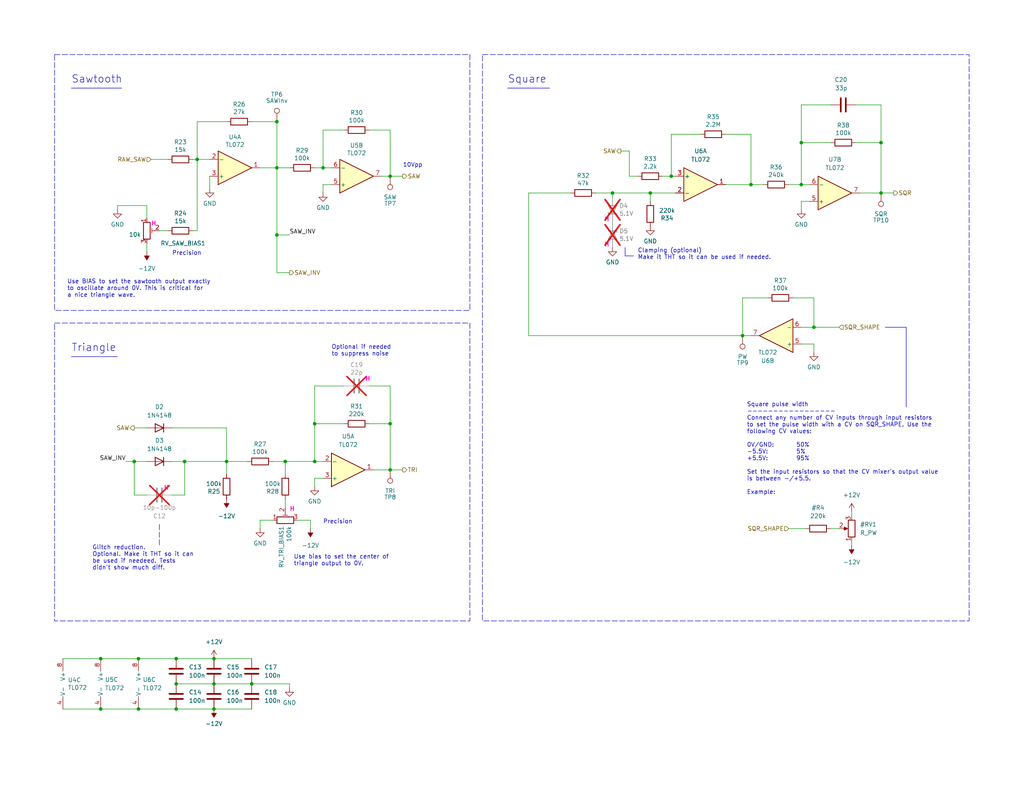
<source format=kicad_sch>
(kicad_sch (version 20250114) (generator "eeschema") (generator_version "9.0")
  (paper "User" 310 240)
  (lib_symbols
    (symbol "Amplifier_Operational:TL072" (pin_names (offset 0.127))
      (property "Reference" "U" (at 0 5.08 0))
      (property "Value" "TL072" (at 0 -5.08 0))
      (symbol "TL072_1_1"
        (polyline (pts (xy -5.08 5.08) (xy 5.08 0) (xy -5.08 -5.08) (xy -5.08 5.08)) (stroke (width 0.254)) (fill (type background)))
        (pin input line (at -7.62 2.54 0) (length 2.54) (name "+") (number "3"))
        (pin input line (at -7.62 -2.54 0) (length 2.54) (name "-") (number "2"))
        (pin output line (at 7.62 0 180) (length 2.54) (name "~") (number "1"))
      )
      (symbol "TL072_2_1"
        (polyline (pts (xy -5.08 5.08) (xy 5.08 0) (xy -5.08 -5.08) (xy -5.08 5.08)) (stroke (width 0.254)) (fill (type background)))
        (pin input line (at -7.62 2.54 0) (length 2.54) (name "+") (number "5"))
        (pin input line (at -7.62 -2.54 0) (length 2.54) (name "-") (number "6"))
        (pin output line (at 7.62 0 180) (length 2.54) (name "~") (number "7"))
      )
      (symbol "TL072_3_1"
        (pin power_in line (at -2.54 7.62 270) (length 3.81) (name "V+") (number "8"))
        (pin power_in line (at -2.54 -7.62 90) (length 3.81) (name "V-") (number "4"))
      )
    )
    (symbol "Connector:TestPoint" (pin_numbers (hide yes)) (pin_names (offset 0.762) (hide yes))
      (property "Reference" "TP" (at 0 6.858 0))
      (property "Value" "TestPoint" (at 0 5.08 0))
      (symbol "TestPoint_0_1"
        (circle (center 0 3.302) (radius 0.762))
      )
      (symbol "TestPoint_1_1"
        (pin passive line (at 0 0 90) (length 2.54) (name "1") (number "1"))
      )
    )
    (symbol "D_1" (pin_numbers (hide yes)) (pin_names (offset 1.016) (hide yes))
      (property "Reference" "D" (at 0 2.54 0))
      (property "Value" "D" (at 0 -2.54 0))
      (symbol "D_1_0_1"
        (polyline (pts (xy -1.27 1.27) (xy -1.27 -1.27)) (stroke (width 0.254)))
        (polyline (pts (xy 1.27 1.27) (xy 1.27 -1.27) (xy -1.27 0) (xy 1.27 1.27)) (stroke (width 0.254)))
        (polyline (pts (xy 1.27 0) (xy -1.27 0)))
      )
      (symbol "D_1_1_1"
        (pin passive line (at -3.81 0 0) (length 2.54) (name "K") (number "1"))
        (pin passive line (at 3.81 0 180) (length 2.54) (name "A") (number "2"))
      )
    )
    (symbol "Device:C" (pin_numbers (hide yes)) (pin_names (offset 0.254))
      (property "Reference" "C" (at 0.635 2.54 0))
      (property "Value" "C" (at 0.635 -2.54 0))
      (symbol "C_0_1"
        (polyline (pts (xy -2.032 0.762) (xy 2.032 0.762)) (stroke (width 0.508)))
        (polyline (pts (xy -2.032 -0.762) (xy 2.032 -0.762)) (stroke (width 0.508)))
      )
      (symbol "C_1_1"
        (pin passive line (at 0 3.81 270) (length 2.794) (name "~") (number "1"))
        (pin passive line (at 0 -3.81 90) (length 2.794) (name "~") (number "2"))
      )
    )
    (symbol "Device:D_Zener" (pin_numbers (hide yes)) (pin_names (offset 1.016) (hide yes))
      (property "Reference" "D" (at 0 2.54 0))
      (property "Value" "D_Zener" (at 0 -2.54 0))
      (symbol "D_Zener_0_1"
        (polyline (pts (xy -1.27 -1.27) (xy -1.27 1.27) (xy -0.762 1.27)) (stroke (width 0.254)))
        (polyline (pts (xy 1.27 0) (xy -1.27 0)))
        (polyline (pts (xy 1.27 -1.27) (xy 1.27 1.27) (xy -1.27 0) (xy 1.27 -1.27)) (stroke (width 0.254)))
      )
      (symbol "D_Zener_1_1"
        (pin passive line (at -3.81 0 0) (length 2.54) (name "K") (number "1"))
        (pin passive line (at 3.81 0 180) (length 2.54) (name "A") (number "2"))
      )
    )
    (symbol "Device:R" (pin_numbers (hide yes)) (pin_names (offset 0))
      (property "Reference" "R" (at 2.032 0 90))
      (property "Value" "R" (at 0 0 90))
      (symbol "R_0_1"
        (rectangle (start -1.016 -2.54) (end 1.016 2.54) (stroke (width 0.254)))
      )
      (symbol "R_1_1"
        (pin passive line (at 0 3.81 270) (length 1.27) (name "~") (number "1"))
        (pin passive line (at 0 -3.81 90) (length 1.27) (name "~") (number "2"))
      )
    )
    (symbol "Device:R_Potentiometer" (pin_names (offset 1.016) (hide yes))
      (property "Reference" "RV" (at -4.445 0 90))
      (property "Value" "R_Potentiometer" (at -2.54 0 90))
      (symbol "R_Potentiometer_0_1"
        (rectangle (start 1.016 2.54) (end -1.016 -2.54) (stroke (width 0.254)))
        (polyline (pts (xy 1.143 0) (xy 2.286 0.508) (xy 2.286 -0.508) (xy 1.143 0)) (fill (type outline)))
        (polyline (pts (xy 2.54 0) (xy 1.524 0)))
      )
      (symbol "R_Potentiometer_1_1"
        (pin passive line (at 0 3.81 270) (length 1.27) (name "1") (number "1"))
        (pin passive line (at 0 -3.81 90) (length 1.27) (name "3") (number "3"))
        (pin passive line (at 3.81 0 180) (length 1.27) (name "2") (number "2"))
      )
    )
    (symbol "Device:R_Potentiometer_Trim" (pin_names (offset 1.016) (hide yes))
      (property "Reference" "RV" (at -4.445 0 90))
      (property "Value" "R_Potentiometer_Trim" (at -2.54 0 90))
      (symbol "R_Potentiometer_Trim_0_1"
        (rectangle (start 1.016 2.54) (end -1.016 -2.54) (stroke (width 0.254)))
        (polyline (pts (xy 1.524 0.762) (xy 1.524 -0.762)))
        (polyline (pts (xy 2.54 0) (xy 1.524 0)))
      )
      (symbol "R_Potentiometer_Trim_1_1"
        (pin passive line (at 0 3.81 270) (length 1.27) (name "1") (number "1"))
        (pin passive line (at 0 -3.81 90) (length 1.27) (name "3") (number "3"))
        (pin passive line (at 3.81 0 180) (length 1.27) (name "2") (number "2"))
      )
    )
    (symbol "power:+12V" (power) (pin_numbers (hide yes)) (pin_names (offset 0) (hide yes))
      (property "Value" "+12V" (at 0 3.556 0))
      (symbol "+12V_0_1"
        (polyline (pts (xy -0.762 1.27) (xy 0 2.54)))
        (polyline (pts (xy 0 2.54) (xy 0.762 1.27)))
        (polyline (pts (xy 0 0) (xy 0 2.54)))
      )
      (symbol "+12V_1_1"
        (pin power_in line (at 0 0 90) (length 0) (name "~") (number "1"))
      )
    )
    (symbol "power:-12V" (power) (pin_numbers (hide yes)) (pin_names (offset 0) (hide yes))
      (property "Value" "-12V" (at 0 3.556 0))
      (symbol "-12V_0_0"
        (pin power_in line (at 0 0 90) (length 0) (name "~") (number "1"))
      )
      (symbol "-12V_0_1"
        (polyline (pts (xy 0 0) (xy 0 1.27) (xy 0.762 1.27) (xy 0 2.54) (xy -0.762 1.27) (xy 0 1.27)) (fill (type outline)))
      )
    )
    (symbol "power:GND" (power) (pin_numbers (hide yes)) (pin_names (offset 0) (hide yes))
      (property "Value" "GND" (at 0 -3.81 0))
      (symbol "GND_0_1"
        (polyline (pts (xy 0 0) (xy 0 -1.27) (xy 1.27 -1.27) (xy 0 -2.54) (xy -1.27 -1.27) (xy 0 -1.27)))
      )
      (symbol "GND_1_1"
        (pin power_in line (at 0 0 270) (length 0) (name "~") (number "1"))
      )
    )
  )
  (rectangle (start 16.51 97.79) (end 142.24 187.96) (stroke (width 0) (type dash)))
  (rectangle (start 16.51 16.51) (end 142.24 93.98) (stroke (width 0) (type dash)))
  (rectangle (start 146.05 16.51) (end 293.37 187.96) (stroke (width 0) (type dash)))
  (text "Use bias to set the center of \ntriangle output to 0V." (at 88.9 171.45 0) (effects (font (size 1.27 1.27)) (justify left bottom)))
  (text "Clamping (optional)\nMake it THT so it can be used if needed." (at 193.04 78.74 0) (effects (font (size 1.27 1.27)) (justify left bottom)))
  (text "Use BIAS to set the sawtooth output exactly\nto oscillate around 0V. This is critical for\na nice triangle wave." (at 20.32 90.17 0) (effects (font (size 1.27 1.27)) (justify left bottom)))
  (text "H" (at 110.49 115.57 0) (effects (font (size 1.27 1.27) (thickness 0.254) (bold yes)) (justify left bottom)))
  (text "Sawtooth" (at 21.59 25.4 0) (effects (font (size 2.2606 2.2606)) (justify left bottom)))
  (text "Precision" (at 97.79 158.75 0) (effects (font (size 1.27 1.27)) (justify left bottom)))
  (text "H" (at 45.72 68.58 0) (effects (font (size 1.27 1.27) (thickness 0.254) (bold yes)) (justify left bottom)))
  (text "H" (at 87.63 154.94 0) (effects (font (size 1.27 1.27) (thickness 0.254) (bold yes)) (justify left bottom)))
  (text "10Vpp" (at 121.92 50.8 0) (effects (font (size 1.27 1.27)) (justify left bottom)))
  (text "H" (at 182.88 74.93 0) (effects (font (size 1.27 1.27) (thickness 0.254) (bold yes)) (justify left bottom)))
  (text "The pair of this is in power sheet" (at -64.77 234.95 0) (effects (font (size 1.27 1.27))))
  (text "Square pulse width\n-----------------\nConnect any number of CV inputs through input resistors \nto set the pulse width with a CV on SQR_SHAPE. Use the \nfollowing CV values:\n\n0V/GND: 	50%\n-5.5V: 		5%\n+5.5V: 		95%\n\nSet the input resistors so that the CV mixer's output value \nis between -/+5.5.\n\nExample:" (at 226.06 149.86 0) (effects (font (size 1.27 1.27)) (justify left bottom)))
  (text "H" (at 49.53 148.59 0) (effects (font (size 1.27 1.27) (thickness 0.254) (bold yes)) (justify left bottom)))
  (text "Square" (at 153.67 25.4 0) (effects (font (size 2.2606 2.2606)) (justify left bottom)))
  (text "H" (at 182.88 67.31 0) (effects (font (size 1.27 1.27) (thickness 0.254) (bold yes)) (justify left bottom)))
  (text "Optional if needed\nto suppress noise" (at 100.33 107.95 0) (effects (font (size 1.27 1.27)) (justify left bottom)))
  (text "Precision" (at 52.07 77.47 0) (effects (font (size 1.27 1.27)) (justify left bottom)))
  (text "Glitch reduction.\nOptional. Make it THT so it can \nbe used if needeed. Tests \ndidn't show much diff." (at 27.94 172.72 0) (effects (font (size 1.27 1.27)) (justify left bottom)))
  (text "Triangle" (at 21.59 106.68 0) (effects (font (size 2.2606 2.2606)) (justify left bottom)))
  (junction (at 224.79 101.6))
  (junction (at 41.91 214.63))
  (junction (at 53.34 199.39))
  (junction (at 203.2 53.34))
  (junction (at 40.64 139.7))
  (junction (at 118.11 142.24))
  (junction (at 95.25 128.27))
  (junction (at 53.34 214.63))
  (junction (at 41.91 199.39))
  (junction (at 64.77 214.63))
  (junction (at 83.82 36.83))
  (junction (at 30.48 199.39))
  (junction (at 86.36 139.7))
  (junction (at 246.38 99.06))
  (junction (at 242.57 43.18))
  (junction (at 185.42 58.42))
  (junction (at 64.77 207.01))
  (junction (at 118.11 53.34))
  (junction (at 64.77 199.39))
  (junction (at 242.57 55.88))
  (junction (at 83.82 50.8))
  (junction (at 97.79 50.8))
  (junction (at 83.82 71.12))
  (junction (at 266.7 43.18))
  (junction (at 53.34 207.01))
  (junction (at 30.48 214.63))
  (junction (at 196.85 58.42))
  (junction (at 95.25 139.7))
  (junction (at 55.88 139.7))
  (junction (at 76.2 207.01))
  (junction (at 266.7 58.42))
  (junction (at 59.69 48.26))
  (junction (at 118.11 128.27))
  (junction (at 227.33 55.88))
  (junction (at 68.58 139.7))
  (no_connect (at -72.39 241.3))
  (no_connect (at -57.15 243.84))
  (no_connect (at -72.39 246.38))
  (wire (pts (xy 111.76 116.84) (xy 118.11 116.84)))
  (wire (pts (xy 224.79 101.6) (xy 227.33 101.6)))
  (polyline (pts (xy 48.26 158.75) (xy 48.26 165.1)) (stroke (width 0) (type dash)))
  (wire (pts (xy 58.42 48.26) (xy 59.69 48.26)))
  (wire (pts (xy 97.79 50.8) (xy 100.33 50.8)))
  (wire (pts (xy 82.55 157.48) (xy 78.74 157.48)))
  (wire (pts (xy 185.42 58.42) (xy 185.42 59.69)))
  (wire (pts (xy 118.11 116.84) (xy 118.11 128.27)))
  (wire (pts (xy 30.48 199.39) (xy 41.91 199.39)))
  (wire (pts (xy 95.25 144.78) (xy 95.25 147.32)))
  (wire (pts (xy 219.71 40.64) (xy 227.33 40.64)))
  (wire (pts (xy 257.81 154.94) (xy 257.81 156.21)))
  (wire (pts (xy 245.11 55.88) (xy 242.57 55.88)))
  (wire (pts (xy 254 99.06) (xy 246.38 99.06)))
  (wire (pts (xy 90.17 157.48) (xy 93.98 157.48)))
  (wire (pts (xy 224.79 90.17) (xy 224.79 101.6)))
  (wire (pts (xy 246.38 99.06) (xy 242.57 99.06)))
  (wire (pts (xy 87.63 208.28) (xy 87.63 207.01)))
  (wire (pts (xy 38.1 139.7) (xy 40.64 139.7)))
  (wire (pts (xy 76.2 36.83) (xy 83.82 36.83)))
  (wire (pts (xy 19.05 199.39) (xy 30.48 199.39)))
  (wire (pts (xy 257.81 163.83) (xy 257.81 165.1)))
  (wire (pts (xy 95.25 50.8) (xy 97.79 50.8)))
  (wire (pts (xy 203.2 53.34) (xy 200.66 53.34)))
  (wire (pts (xy 266.7 43.18) (xy 266.7 58.42)))
  (wire (pts (xy 203.2 40.64) (xy 203.2 53.34)))
  (wire (pts (xy 212.09 40.64) (xy 203.2 40.64)))
  (wire (pts (xy 83.82 71.12) (xy 83.82 82.55)))
  (polyline (pts (xy 191.77 77.47) (xy 189.23 77.47)))
  (wire (pts (xy 19.05 214.63) (xy 30.48 214.63)))
  (wire (pts (xy 95.25 139.7) (xy 86.36 139.7)))
  (wire (pts (xy 111.76 39.37) (xy 118.11 39.37)))
  (wire (pts (xy 95.25 128.27) (xy 95.25 139.7)))
  (polyline (pts (xy 153.67 26.67) (xy 166.37 26.67)))
  (wire (pts (xy 83.82 82.55) (xy 87.63 82.55)))
  (wire (pts (xy 232.41 90.17) (xy 224.79 90.17)))
  (wire (pts (xy 53.34 207.01) (xy 64.77 207.01)))
  (wire (pts (xy 266.7 31.75) (xy 266.7 43.18)))
  (wire (pts (xy 118.11 53.34) (xy 115.57 53.34)))
  (wire (pts (xy 44.45 149.86) (xy 40.64 149.86)))
  (wire (pts (xy 104.14 116.84) (xy 95.25 116.84)))
  (wire (pts (xy 52.07 149.86) (xy 55.88 149.86)))
  (polyline (pts (xy 274.32 123.19) (xy 274.32 99.06)))
  (wire (pts (xy 41.91 199.39) (xy 53.34 199.39)))
  (wire (pts (xy 97.79 39.37) (xy 97.79 50.8)))
  (wire (pts (xy 59.69 48.26) (xy 59.69 69.85)))
  (wire (pts (xy 266.7 58.42) (xy 260.35 58.42)))
  (wire (pts (xy 53.34 199.39) (xy 64.77 199.39)))
  (wire (pts (xy 68.58 36.83) (xy 59.69 36.83)))
  (wire (pts (xy 190.5 45.72) (xy 190.5 53.34)))
  (wire (pts (xy 238.76 160.02) (xy 243.84 160.02)))
  (wire (pts (xy 251.46 43.18) (xy 242.57 43.18)))
  (wire (pts (xy 41.91 214.63) (xy 53.34 214.63)))
  (wire (pts (xy 190.5 53.34) (xy 193.04 53.34)))
  (wire (pts (xy 242.57 31.75) (xy 242.57 43.18)))
  (wire (pts (xy 35.56 62.23) (xy 44.45 62.23)))
  (wire (pts (xy 95.25 116.84) (xy 95.25 128.27)))
  (wire (pts (xy 52.07 139.7) (xy 55.88 139.7)))
  (wire (pts (xy 82.55 139.7) (xy 86.36 139.7)))
  (wire (pts (xy 111.76 128.27) (xy 118.11 128.27)))
  (wire (pts (xy 40.64 149.86) (xy 40.64 139.7)))
  (wire (pts (xy 53.34 214.63) (xy 64.77 214.63)))
  (wire (pts (xy 245.11 60.96) (xy 242.57 60.96)))
  (wire (pts (xy 52.07 129.54) (xy 68.58 129.54)))
  (wire (pts (xy 204.47 58.42) (xy 196.85 58.42)))
  (wire (pts (xy 97.79 55.88) (xy 97.79 58.42)))
  (wire (pts (xy 259.08 31.75) (xy 266.7 31.75)))
  (wire (pts (xy 172.72 58.42) (xy 160.02 58.42)))
  (wire (pts (xy 180.34 58.42) (xy 185.42 58.42)))
  (wire (pts (xy 242.57 55.88) (xy 238.76 55.88)))
  (wire (pts (xy 100.33 55.88) (xy 97.79 55.88)))
  (wire (pts (xy 40.64 129.54) (xy 44.45 129.54)))
  (wire (pts (xy 55.88 139.7) (xy 68.58 139.7)))
  (wire (pts (xy 64.77 199.39) (xy 76.2 199.39)))
  (wire (pts (xy 251.46 31.75) (xy 242.57 31.75)))
  (wire (pts (xy 97.79 139.7) (xy 95.25 139.7)))
  (wire (pts (xy 68.58 139.7) (xy 74.93 139.7)))
  (wire (pts (xy 196.85 58.42) (xy 196.85 60.96)))
  (wire (pts (xy 58.42 69.85) (xy 59.69 69.85)))
  (wire (pts (xy 204.47 53.34) (xy 203.2 53.34)))
  (wire (pts (xy 55.88 149.86) (xy 55.88 139.7)))
  (wire (pts (xy 64.77 207.01) (xy 76.2 207.01)))
  (polyline (pts (xy 189.23 77.47) (xy 189.23 74.93)))
  (wire (pts (xy 83.82 71.12) (xy 87.63 71.12)))
  (wire (pts (xy 227.33 55.88) (xy 219.71 55.88)))
  (wire (pts (xy 83.82 50.8) (xy 78.74 50.8)))
  (polyline (pts (xy 21.59 107.95) (xy 35.56 107.95)))
  (wire (pts (xy 87.63 50.8) (xy 83.82 50.8)))
  (wire (pts (xy 48.26 69.85) (xy 50.8 69.85)))
  (wire (pts (xy 246.38 90.17) (xy 246.38 99.06)))
  (wire (pts (xy 83.82 36.83) (xy 83.82 50.8)))
  (wire (pts (xy 246.38 106.68) (xy 246.38 104.14)))
  (wire (pts (xy 93.98 157.48) (xy 93.98 160.02)))
  (wire (pts (xy 59.69 36.83) (xy 59.69 48.26)))
  (wire (pts (xy 30.48 214.63) (xy 41.91 214.63)))
  (wire (pts (xy 118.11 142.24) (xy 113.03 142.24)))
  (wire (pts (xy 86.36 151.13) (xy 86.36 153.67)))
  (wire (pts (xy 97.79 144.78) (xy 95.25 144.78)))
  (wire (pts (xy 78.74 157.48) (xy 78.74 160.02)))
  (wire (pts (xy 270.51 58.42) (xy 266.7 58.42)))
  (wire (pts (xy 40.64 139.7) (xy 44.45 139.7)))
  (wire (pts (xy 160.02 101.6) (xy 224.79 101.6)))
  (wire (pts (xy 160.02 101.6) (xy 160.02 58.42)))
  (wire (pts (xy 64.77 214.63) (xy 76.2 214.63)))
  (wire (pts (xy 104.14 128.27) (xy 95.25 128.27)))
  (wire (pts (xy 63.5 53.34) (xy 63.5 57.15)))
  (wire (pts (xy 76.2 207.01) (xy 87.63 207.01)))
  (wire (pts (xy 45.72 48.26) (xy 50.8 48.26)))
  (wire (pts (xy 118.11 128.27) (xy 118.11 142.24)))
  (wire (pts (xy 187.96 45.72) (xy 190.5 45.72)))
  (wire (pts (xy 44.45 76.2) (xy 44.45 73.66)))
  (wire (pts (xy 68.58 143.51) (xy 68.58 139.7)))
  (wire (pts (xy 259.08 43.18) (xy 266.7 43.18)))
  (wire (pts (xy 68.58 129.54) (xy 68.58 139.7)))
  (wire (pts (xy 86.36 139.7) (xy 86.36 143.51)))
  (wire (pts (xy 44.45 62.23) (xy 44.45 66.04)))
  (wire (pts (xy 83.82 71.12) (xy 83.82 50.8)))
  (wire (pts (xy 246.38 104.14) (xy 242.57 104.14)))
  (wire (pts (xy 35.56 63.5) (xy 35.56 62.23)))
  (wire (pts (xy 242.57 43.18) (xy 242.57 55.88)))
  (wire (pts (xy 251.46 160.02) (xy 254 160.02)))
  (wire (pts (xy 242.57 60.96) (xy 242.57 63.5)))
  (wire (pts (xy 104.14 39.37) (xy 97.79 39.37)))
  (wire (pts (xy 59.69 48.26) (xy 63.5 48.26)))
  (wire (pts (xy 118.11 142.24) (xy 121.92 142.24)))
  (wire (pts (xy 227.33 40.64) (xy 227.33 55.88)))
  (wire (pts (xy 240.03 90.17) (xy 246.38 90.17)))
  (wire (pts (xy 231.14 55.88) (xy 227.33 55.88)))
  (wire (pts (xy 121.92 53.34) (xy 118.11 53.34)))
  (wire (pts (xy 118.11 39.37) (xy 118.11 53.34)))
  (wire (pts (xy 185.42 58.42) (xy 196.85 58.42)))
  (polyline (pts (xy 21.59 26.67) (xy 36.83 26.67)))
  (polyline (pts (xy 267.97 99.06) (xy 274.32 99.06)))
  (label "SAW_INV" (at 38.1 139.7 180))
  (label "SAW_INV" (at 87.63 71.12 0))
  (hierarchical_label "SAW" (shape output) (at 121.92 53.34 0))
  (hierarchical_label "SAW" (shape output) (at 187.96 45.72 180))
  (hierarchical_label "TRI" (shape output) (at 121.92 142.24 0))
  (hierarchical_label "SQR_SHAPE" (shape input) (at 238.76 160.02 180))
  (hierarchical_label "SQR_SHAPE" (shape input) (at 254 99.06 0))
  (hierarchical_label "SQR" (shape output) (at 270.51 58.42 0))
  (hierarchical_label "RAW_SAW" (shape input) (at 45.72 48.26 180))
  (hierarchical_label "SAW_INV" (shape output) (at 87.63 82.55 0))
  (hierarchical_label "SAW" (shape output) (at 40.64 129.54 180))
  (symbol (lib_id "Device:C") (at 64.77 210.82 0) (unit 1)
    (property "Reference" "C16" (at 68.58 209.55 0) (effects (justify left)))
    (property "Value" "100n" (at 68.58 212.09 0) (effects (justify left)))
    (property "Footprint" "Capacitor_SMD:C_0603_1608Metric" (effects (hide yes)))
    (property "LCSC" "C14663" (effects (hide yes)))
    (property "Vendor" "JLCPCB" (effects (hide yes)))
  )
  (symbol (lib_id "Connector:TestPoint") (at 224.79 101.6 180) (unit 1) (in_bom no)
    (property "Reference" "TP9" (at 224.79 109.855 0))
    (property "Value" "PW" (at 224.79 107.95 0))
    (property "Footprint" "TestPoint:TestPoint_THTPad_2.0x2.0mm_Drill1.0mm" (effects (hide yes)))
  )
  (symbol (lib_id "Device:C") (at 53.34 210.82 0) (unit 1)
    (property "Reference" "C14" (at 57.15 209.55 0) (effects (justify left)))
    (property "Value" "100n" (at 57.15 212.09 0) (effects (justify left)))
    (property "Footprint" "Capacitor_SMD:C_0603_1608Metric" (effects (hide yes)))
    (property "LCSC" "C14663" (effects (hide yes)))
    (property "Vendor" "JLCPCB" (effects (hide yes)))
  )
  (symbol (lib_id "Amplifier_Operational:TL072") (at 107.95 53.34 0) (mirror x) (unit 2)
    (property "Reference" "U5" (at 107.95 44.0182 0))
    (property "Value" "TL072" (at 107.95 46.3296 0))
    (property "Footprint" "Package_SO:SOIC-8_3.9x4.9mm_P1.27mm" (effects (hide yes)))
    (property "Datasheet" "http://www.ti.com/lit/ds/symlink/tl071.pdf" (effects (hide yes)))
    (property "LCSC" "C6961" (effects (hide yes)))
    (property "Vendor" "JLCPCB" (effects (hide yes)))
  )
  (symbol (lib_id "Device:C") (at 64.77 203.2 0) (unit 1)
    (property "Reference" "C15" (at 68.58 201.93 0) (effects (justify left)))
    (property "Value" "100n" (at 68.58 204.47 0) (effects (justify left)))
    (property "Footprint" "Capacitor_SMD:C_0603_1608Metric" (effects (hide yes)))
    (property "LCSC" "C14663" (effects (hide yes)))
    (property "Vendor" "JLCPCB" (effects (hide yes)))
  )
  (symbol (lib_id "Device:C") (at 107.95 116.84 270) (unit 1) (in_bom no) (dnp yes)
    (property "Reference" "C19" (at 107.95 110.4392 90))
    (property "Value" "22p" (at 107.95 112.7506 90))
    (property "Footprint" "Capacitor_THT:C_Disc_D3.0mm_W2.0mm_P2.50mm" (effects (hide yes)))
  )
  (symbol (lib_id "power:-12V") (at 93.98 160.02 180) (unit 1)
    (property "Reference" "#PWR034" (effects (hide yes)))
    (property "Value" "-12V" (at 93.98 165.1 0))
    (property "Description" "Power symbol creates a global label with name \"-12V\"" (effects (hide yes)))
  )
  (symbol (lib_id "power:GND") (at 87.63 208.28 0) (unit 1)
    (property "Reference" "#PWR033" (effects (hide yes)))
    (property "Value" "GND" (at 87.63 212.725 0))
    (property "Description" "Power symbol creates a global label with name \"GND\" , ground" (effects (hide yes)))
  )
  (symbol (lib_id "power:GND") (at 246.38 106.68 0) (unit 1)
    (property "Reference" "#PWR040" (effects (hide yes)))
    (property "Value" "GND" (at 246.38 111.125 0))
    (property "Description" "Power symbol creates a global label with name \"GND\" , ground" (effects (hide yes)))
  )
  (symbol (lib_id "Device:R") (at 234.95 55.88 270) (unit 1)
    (property "Reference" "R36" (at 234.95 50.6222 90))
    (property "Value" "240k" (at 234.95 52.9336 90))
    (property "Footprint" "Resistor_SMD:R_0603_1608Metric" (effects (hide yes)))
    (property "LCSC" "C4197" (effects (hide yes)))
    (property "Vendor" "JLCPCB" (effects (hide yes)))
  )
  (symbol (lib_id "Device:C") (at 48.26 149.86 270) (unit 1) (in_bom no) (dnp yes)
    (property "Reference" "C12" (at 48.26 156.21 90))
    (property "Value" "10p-100p" (at 48.26 153.67 90))
    (property "Footprint" "Capacitor_THT:C_Rect_L7.0mm_W2.5mm_P5.00mm" (effects (hide yes)))
  )
  (symbol (lib_id "Device:R") (at 176.53 58.42 270) (unit 1)
    (property "Reference" "R32" (at 176.53 53.1622 90))
    (property "Value" "47k" (at 176.53 55.4736 90))
    (property "Footprint" "Resistor_SMD:R_0603_1608Metric" (effects (hide yes)))
    (property "LCSC" "C25819" (effects (hide yes)))
    (property "Vendor" "JLCPCB" (effects (hide yes)))
  )
  (symbol (lib_id "Device:R") (at 236.22 90.17 270) (unit 1)
    (property "Reference" "R37" (at 236.22 84.9122 90))
    (property "Value" "100k" (at 236.22 87.2236 90))
    (property "Footprint" "Resistor_SMD:R_0603_1608Metric" (effects (hide yes)))
    (property "LCSC" "C25803" (effects (hide yes)))
    (property "Vendor" "JLCPCB" (effects (hide yes)))
  )
  (symbol (lib_id "Device:R_Potentiometer") (at 257.81 160.02 180) (unit 1)
    (property "Reference" "#RV1" (at 260.35 158.75 0) (effects (justify right)))
    (property "Value" "R_PW" (at 260.35 161.29 0) (effects (justify right)))
  )
  (symbol (lib_id "Device:R") (at 107.95 128.27 270) (unit 1)
    (property "Reference" "R31" (at 107.95 123.0122 90))
    (property "Value" "220k" (at 107.95 125.3236 90))
    (property "Footprint" "Resistor_SMD:R_0603_1608Metric" (effects (hide yes)))
    (property "LCSC" "C22961" (effects (hide yes)))
    (property "Vendor" "JLCPCB" (effects (hide yes)))
  )
  (symbol (lib_id "Amplifier_Operational:TL072") (at 105.41 142.24 0) (mirror x) (unit 1)
    (property "Reference" "U5" (at 105.41 132.08 0))
    (property "Value" "TL072" (at 105.41 134.62 0))
    (property "Footprint" "Package_SO:SOIC-8_3.9x4.9mm_P1.27mm" (effects (hide yes)))
    (property "Datasheet" "http://www.ti.com/lit/ds/symlink/tl071.pdf" (effects (hide yes)))
    (property "LCSC" "C6961" (effects (hide yes)))
    (property "Vendor" "JLCPCB" (effects (hide yes)))
  )
  (symbol (lib_id "power:GND") (at 196.85 68.58 0) (unit 1)
    (property "Reference" "#PWR038" (effects (hide yes)))
    (property "Value" "GND" (at 196.85 73.025 0))
    (property "Description" "Power symbol creates a global label with name \"GND\" , ground" (effects (hide yes)))
  )
  (symbol (lib_id "Device:R") (at 247.65 160.02 90) (unit 1)
    (property "Reference" "#R4" (at 247.65 153.67 90))
    (property "Value" "220k" (at 247.65 156.21 90))
  )
  (symbol (lib_id "Device:R") (at 196.85 53.34 270) (unit 1)
    (property "Reference" "R33" (at 196.85 48.0822 90))
    (property "Value" "2.2k" (at 196.85 50.3936 90))
    (property "Footprint" "Resistor_SMD:R_0603_1608Metric" (effects (hide yes)))
    (property "LCSC" "C4190" (effects (hide yes)))
    (property "Vendor" "JLCPCB" (effects (hide yes)))
  )
  (symbol (lib_id "power:GND") (at 242.57 63.5 0) (unit 1)
    (property "Reference" "#PWR039" (effects (hide yes)))
    (property "Value" "GND" (at 242.57 67.945 0))
    (property "Description" "Power symbol creates a global label with name \"GND\" , ground" (effects (hide yes)))
  )
  (symbol (lib_id "Device:R") (at 86.36 147.32 0) (unit 1)
    (property "Reference" "R28" (at 82.55 148.7678 0))
    (property "Value" "100k" (at 82.55 146.4564 0))
    (property "Footprint" "Resistor_SMD:R_0603_1608Metric" (effects (hide yes)))
    (property "LCSC" "C25803" (effects (hide yes)))
    (property "Vendor" "JLCPCB" (effects (hide yes)))
  )
  (symbol (lib_id "power:GND") (at 63.5 57.15 0) (unit 1)
    (property "Reference" "#PWR028" (effects (hide yes)))
    (property "Value" "GND" (at 63.5 61.595 0))
    (property "Description" "Power symbol creates a global label with name \"GND\" , ground" (effects (hide yes)))
  )
  (symbol (lib_id "Device:R") (at 78.74 139.7 270) (unit 1)
    (property "Reference" "R27" (at 78.74 134.4422 90))
    (property "Value" "100k" (at 78.74 136.7536 90))
    (property "Footprint" "Resistor_SMD:R_0603_1608Metric" (effects (hide yes)))
    (property "LCSC" "C25803" (effects (hide yes)))
    (property "Vendor" "JLCPCB" (effects (hide yes)))
  )
  (symbol (lib_id "Amplifier_Operational:TL072") (at 33.02 207.01 0) (unit 3)
    (property "Reference" "U5" (at 31.75 205.74 0) (effects (justify left)))
    (property "Value" "TL072" (at 31.75 208.28 0) (effects (justify left)))
    (property "Footprint" "Package_SO:SOIC-8_3.9x4.9mm_P1.27mm" (effects (hide yes)))
    (property "Datasheet" "http://www.ti.com/lit/ds/symlink/tl071.pdf" (effects (hide yes)))
    (property "LCSC" "C6961" (effects (hide yes)))
    (property "Vendor" "JLCPCB" (effects (hide yes)))
  )
  (symbol (lib_id "Device:C") (at 255.27 31.75 90) (unit 1)
    (property "Reference" "C20" (at 256.54 24.13 90) (effects (justify left)))
    (property "Value" "33p" (at 256.54 26.67 90) (effects (justify left)))
    (property "Footprint" "Capacitor_SMD:C_0603_1608Metric" (effects (hide yes)))
    (property "LCSC" "C1663" (effects (hide yes)))
    (property "Vendor" "JLCPCB" (effects (hide yes)))
  )
  (symbol (lib_id "power:GND") (at 185.42 74.93 0) (unit 1)
    (property "Reference" "#PWR037" (effects (hide yes)))
    (property "Value" "GND" (at 185.42 79.375 0))
    (property "Description" "Power symbol creates a global label with name \"GND\" , ground" (effects (hide yes)))
  )
  (symbol (lib_id "Amplifier_Operational:TL072") (at 234.95 101.6 180) (unit 2)
    (property "Reference" "U6" (at 232.41 109.22 0))
    (property "Value" "TL072" (at 232.41 106.68 0))
    (property "Footprint" "Package_SO:SOIC-8_3.9x4.9mm_P1.27mm" (effects (hide yes)))
    (property "Datasheet" "http://www.ti.com/lit/ds/symlink/tl071.pdf" (effects (hide yes)))
    (property "LCSC" "C6961" (effects (hide yes)))
    (property "Vendor" "JLCPCB" (effects (hide yes)))
  )
  (symbol (lib_id "Device:R_Potentiometer_Trim") (at 86.36 157.48 90) (unit 1)
    (property "Reference" "RV_TRI_BIAS1" (at 85.1916 159.2326 0) (effects (justify right)))
    (property "Value" "100k" (at 87.503 159.2326 0) (effects (justify right)))
    (property "Footprint" "Potentiometer_THT:Potentiometer_Bourns_3006P_Horizontal" (effects (hide yes)))
    (property "Arwill" "https://arwill.hu/termekek/passziv-alkatreszek/trimmer-potmeterek/7401/100k-helitrimmer-potmeter-911756/" (effects (hide yes)))
    (property "Part No." "652-3006P-1-104-LF " (effects (hide yes)))
    (property "Part URL" "https://mou.sr/4ff5W1E" (effects (hide yes)))
    (property "Vendor" "Mouser" (effects (hide yes)))
  )
  (symbol (lib_id "power:GND") (at 97.79 58.42 0) (unit 1)
    (property "Reference" "#PWR036" (effects (hide yes)))
    (property "Value" "GND" (at 97.79 62.865 0))
    (property "Description" "Power symbol creates a global label with name \"GND\" , ground" (effects (hide yes)))
  )
  (symbol (lib_id "power:GND") (at 95.25 147.32 0) (unit 1)
    (property "Reference" "#PWR035" (effects (hide yes)))
    (property "Value" "GND" (at 95.25 151.765 0))
    (property "Description" "Power symbol creates a global label with name \"GND\" , ground" (effects (hide yes)))
  )
  (symbol (lib_id "Amplifier_Operational:TL072") (at 21.59 207.01 0) (unit 3)
    (property "Reference" "U4" (at 20.5232 205.8416 0) (effects (justify left)))
    (property "Value" "TL072" (at 20.5232 208.153 0) (effects (justify left)))
    (property "Footprint" "Package_SO:SOIC-8_3.9x4.9mm_P1.27mm" (effects (hide yes)))
    (property "Datasheet" "http://www.ti.com/lit/ds/symlink/tl071.pdf" (effects (hide yes)))
    (property "LCSC" "C6961" (effects (hide yes)))
    (property "Vendor" "JLCPCB" (effects (hide yes)))
  )
  (symbol (lib_id "Connector:TestPoint") (at 118.11 142.24 180) (unit 1) (in_bom no)
    (property "Reference" "TP8" (at 118.11 150.495 0))
    (property "Value" "TRI" (at 118.11 148.59 0))
    (property "Footprint" "TestPoint:TestPoint_THTPad_2.0x2.0mm_Drill1.0mm" (effects (hide yes)))
  )
  (symbol (lib_id "power:+12V") (at 64.77 199.39 0) (unit 1)
    (property "Reference" "#PWR029" (effects (hide yes)))
    (property "Value" "+12V" (at 64.77 194.31 0))
    (property "Description" "Power symbol creates a global label with name \"+12V\"" (effects (hide yes)))
  )
  (symbol (lib_id "Amplifier_Operational:TL072") (at 39.37 207.01 0) (mirror y) (unit 3)
    (property "Reference" "U6" (at 43.18 205.74 0) (effects (justify right)))
    (property "Value" "TL072" (at 43.18 208.28 0) (effects (justify right)))
    (property "Footprint" "Package_SO:SOIC-8_3.9x4.9mm_P1.27mm" (effects (hide yes)))
    (property "Datasheet" "http://www.ti.com/lit/ds/symlink/tl071.pdf" (effects (hide yes)))
    (property "LCSC" "C6961" (effects (hide yes)))
    (property "Vendor" "JLCPCB" (effects (hide yes)))
  )
  (symbol (lib_id "power:-12V") (at 64.77 214.63 180) (unit 1)
    (property "Reference" "#PWR030" (effects (hide yes)))
    (property "Value" "-12V" (at 64.77 219.075 0))
    (property "Description" "Power symbol creates a global label with name \"-12V\"" (effects (hide yes)))
  )
  (symbol (lib_id "Device:D_Zener") (at 185.42 71.12 270) (unit 1) (in_bom no) (dnp yes)
    (property "Reference" "D5" (at 187.452 69.9516 90) (effects (justify left)))
    (property "Value" "5.1V" (at 187.452 72.263 90) (effects (justify left)))
    (property "Footprint" "Diode_THT:D_DO-34_SOD68_P2.54mm_Vertical_AnodeUp" (effects (hide yes)))
  )
  (symbol (lib_name "D_1") (lib_id "Device:D") (at 48.26 129.54 0) (mirror y) (unit 1)
    (property "Reference" "D2" (at 48.26 123.19 0))
    (property "Value" "1N4148" (at 48.26 125.73 0))
    (property "Footprint" "Diode_SMD:D_SOD-123" (effects (hide yes)))
    (property "Sim.Device" "D" (effects (hide yes)))
    (property "Sim.Pins" "1=K 2=A" (effects (hide yes)))
    (property "LCSC" "C81598" (effects (hide yes)))
    (property "Vendor" "JLCPCB" (effects (hide yes)))
  )
  (symbol (lib_id "Device:R") (at 72.39 36.83 270) (unit 1)
    (property "Reference" "R26" (at 72.39 31.5722 90))
    (property "Value" "27k" (at 72.39 33.8836 90))
    (property "Footprint" "Resistor_SMD:R_0603_1608Metric" (effects (hide yes)))
    (property "LCSC" "C22967" (effects (hide yes)))
    (property "Vendor" "JLCPCB" (effects (hide yes)))
  )
  (symbol (lib_id "Device:D_Zener") (at 185.42 63.5 90) (unit 1) (in_bom no) (dnp yes)
    (property "Reference" "D4" (at 187.452 62.3316 90) (effects (justify right)))
    (property "Value" "5.1V" (at 187.452 64.643 90) (effects (justify right)))
    (property "Footprint" "Diode_THT:D_DO-34_SOD68_P2.54mm_Vertical_AnodeUp" (effects (hide yes)))
  )
  (symbol (lib_id "Device:C") (at 76.2 210.82 0) (unit 1)
    (property "Reference" "C18" (at 80.01 209.55 0) (effects (justify left)))
    (property "Value" "100n" (at 80.01 212.09 0) (effects (justify left)))
    (property "Footprint" "Capacitor_SMD:C_0603_1608Metric" (effects (hide yes)))
    (property "LCSC" "C14663" (effects (hide yes)))
    (property "Vendor" "JLCPCB" (effects (hide yes)))
  )
  (symbol (lib_id "Device:R") (at 54.61 48.26 270) (unit 1)
    (property "Reference" "R23" (at 54.61 43.0022 90))
    (property "Value" "15k" (at 54.61 45.3136 90))
    (property "Footprint" "Resistor_SMD:R_0603_1608Metric" (effects (hide yes)))
    (property "LCSC" "C22809" (effects (hide yes)))
    (property "Vendor" "JLCPCB" (effects (hide yes)))
  )
  (symbol (lib_id "Amplifier_Operational:TL072") (at -64.77 243.84 0) (mirror x) (unit 2)
    (property "Reference" "U4" (at -64.77 254 0))
    (property "Value" "TL072" (at -64.77 251.46 0))
    (property "Datasheet" "http://www.ti.com/lit/ds/symlink/tl071.pdf" (effects (hide yes)))
    (property "Description" "Dual Low-Noise JFET-Input Operational Amplifiers, DIP-8/SOIC-8" (effects (hide yes)))
  )
  (symbol (lib_id "Device:R") (at 215.9 40.64 270) (unit 1)
    (property "Reference" "R35" (at 215.9 35.3822 90))
    (property "Value" "2.2M" (at 215.9 37.6936 90))
    (property "Footprint" "Resistor_SMD:R_0603_1608Metric" (effects (hide yes)))
    (property "LCSC" "C22938" (effects (hide yes)))
    (property "Vendor" "JLCPCB" (effects (hide yes)))
  )
  (symbol (lib_id "power:-12V") (at 257.81 165.1 180) (unit 1)
    (property "Reference" "#PWR042" (effects (hide yes)))
    (property "Value" "-12V" (at 257.81 170.18 0))
    (property "Description" "Power symbol creates a global label with name \"-12V\"" (effects (hide yes)))
  )
  (symbol (lib_id "Connector:TestPoint") (at 118.11 53.34 180) (unit 1) (in_bom no)
    (property "Reference" "TP7" (at 118.11 61.595 0))
    (property "Value" "SAW" (at 118.11 59.69 0))
    (property "Footprint" "TestPoint:TestPoint_THTPad_2.0x2.0mm_Drill1.0mm" (effects (hide yes)))
  )
  (symbol (lib_id "Connector:TestPoint") (at 83.82 36.83 0) (unit 1) (in_bom no)
    (property "Reference" "TP6" (at 83.82 28.575 0))
    (property "Value" "SAWInv" (at 83.82 30.48 0))
    (property "Footprint" "TestPoint:TestPoint_THTPad_2.0x2.0mm_Drill1.0mm" (effects (hide yes)))
  )
  (symbol (lib_id "Amplifier_Operational:TL072") (at 212.09 55.88 0) (unit 1)
    (property "Reference" "U6" (at 212.09 45.72 0))
    (property "Value" "TL072" (at 212.09 48.26 0))
    (property "Footprint" "Package_SO:SOIC-8_3.9x4.9mm_P1.27mm" (effects (hide yes)))
    (property "Datasheet" "http://www.ti.com/lit/ds/symlink/tl071.pdf" (effects (hide yes)))
    (property "LCSC" "C6961" (effects (hide yes)))
    (property "Vendor" "JLCPCB" (effects (hide yes)))
  )
  (symbol (lib_id "power:-12V") (at 68.58 151.13 180) (unit 1)
    (property "Reference" "#PWR031" (effects (hide yes)))
    (property "Value" "-12V" (at 68.58 156.21 0))
    (property "Description" "Power symbol creates a global label with name \"-12V\"" (effects (hide yes)))
  )
  (symbol (lib_id "Amplifier_Operational:TL072") (at 252.73 58.42 0) (mirror x) (unit 2)
    (property "Reference" "U7" (at 252.73 48.26 0))
    (property "Value" "TL072" (at 252.73 50.8 0))
    (property "Footprint" "Package_SO:SOIC-8_3.9x4.9mm_P1.27mm" (effects (hide yes)))
    (property "Datasheet" "http://www.ti.com/lit/ds/symlink/tl071.pdf" (effects (hide yes)))
    (property "LCSC" "C6961" (effects (hide yes)))
    (property "Vendor" "JLCPCB" (effects (hide yes)))
  )
  (symbol (lib_id "Device:R") (at 54.61 69.85 270) (unit 1)
    (property "Reference" "R24" (at 54.61 64.5922 90))
    (property "Value" "15k" (at 54.61 66.9036 90))
    (property "Footprint" "Resistor_SMD:R_0603_1608Metric" (effects (hide yes)))
    (property "LCSC" "C22809" (effects (hide yes)))
    (property "Vendor" "JLCPCB" (effects (hide yes)))
  )
  (symbol (lib_id "power:+12V") (at 257.81 154.94 0) (unit 1)
    (property "Reference" "#PWR041" (effects (hide yes)))
    (property "Value" "+12V" (at 257.81 149.86 0))
    (property "Description" "Power symbol creates a global label with name \"+12V\"" (effects (hide yes)))
  )
  (symbol (lib_name "D_1") (lib_id "Device:D") (at 48.26 139.7 0) (mirror y) (unit 1)
    (property "Reference" "D3" (at 48.26 133.35 0))
    (property "Value" "1N4148" (at 48.26 135.89 0))
    (property "Footprint" "Diode_SMD:D_SOD-123" (effects (hide yes)))
    (property "Sim.Device" "D" (effects (hide yes)))
    (property "Sim.Pins" "1=K 2=A" (effects (hide yes)))
    (property "LCSC" "C81598" (effects (hide yes)))
    (property "Vendor" "JLCPCB" (effects (hide yes)))
  )
  (symbol (lib_id "Device:C") (at 53.34 203.2 0) (unit 1)
    (property "Reference" "C13" (at 57.15 201.93 0) (effects (justify left)))
    (property "Value" "100n" (at 57.15 204.47 0) (effects (justify left)))
    (property "Footprint" "Capacitor_SMD:C_0603_1608Metric" (effects (hide yes)))
    (property "LCSC" "C14663" (effects (hide yes)))
    (property "Vendor" "JLCPCB" (effects (hide yes)))
  )
  (symbol (lib_id "Device:R") (at 196.85 64.77 0) (unit 1)
    (property "Reference" "R34" (at 201.93 66.04 0))
    (property "Value" "220k" (at 201.93 63.7286 0))
    (property "Footprint" "Resistor_SMD:R_0603_1608Metric" (effects (hide yes)))
    (property "LCSC" "C22961" (effects (hide yes)))
    (property "Vendor" "JLCPCB" (effects (hide yes)))
  )
  (symbol (lib_id "power:-12V") (at 44.45 76.2 180) (unit 1)
    (property "Reference" "#PWR027" (effects (hide yes)))
    (property "Value" "-12V" (at 44.45 81.28 0))
    (property "Description" "Power symbol creates a global label with name \"-12V\"" (effects (hide yes)))
  )
  (symbol (lib_id "Connector:TestPoint") (at 266.7 58.42 180) (unit 1) (in_bom no)
    (property "Reference" "TP10" (at 266.7 66.675 0))
    (property "Value" "SQR" (at 266.7 64.77 0))
    (property "Footprint" "TestPoint:TestPoint_THTPad_2.0x2.0mm_Drill1.0mm" (effects (hide yes)))
  )
  (symbol (lib_id "Amplifier_Operational:TL072") (at 71.12 50.8 0) (mirror x) (unit 1)
    (property "Reference" "U4" (at 71.12 41.4782 0))
    (property "Value" "TL072" (at 71.12 43.7896 0))
    (property "Footprint" "Package_SO:SOIC-8_3.9x4.9mm_P1.27mm" (effects (hide yes)))
    (property "Datasheet" "http://www.ti.com/lit/ds/symlink/tl071.pdf" (effects (hide yes)))
    (property "LCSC" "C6961" (effects (hide yes)))
    (property "Vendor" "JLCPCB" (effects (hide yes)))
  )
  (symbol (lib_id "Device:R") (at 107.95 39.37 270) (unit 1)
    (property "Reference" "R30" (at 107.95 34.1122 90))
    (property "Value" "100k" (at 107.95 36.4236 90))
    (property "Footprint" "Resistor_SMD:R_0603_1608Metric" (effects (hide yes)))
    (property "LCSC" "C25803" (effects (hide yes)))
    (property "Vendor" "JLCPCB" (effects (hide yes)))
  )
  (symbol (lib_id "Device:R") (at 68.58 147.32 0) (unit 1)
    (property "Reference" "R25" (at 64.77 148.7678 0))
    (property "Value" "100k" (at 64.77 146.4564 0))
    (property "Footprint" "Resistor_SMD:R_0603_1608Metric" (effects (hide yes)))
    (property "LCSC" "C25803" (effects (hide yes)))
    (property "Vendor" "JLCPCB" (effects (hide yes)))
  )
  (symbol (lib_id "Device:R_Potentiometer_Trim") (at 44.45 69.85 0) (unit 1)
    (property "Reference" "RV_SAW_BIAS1" (at 62.23 73.66 0) (effects (justify right)))
    (property "Value" "10k" (at 42.672 70.993 0) (effects (justify right)))
    (property "Footprint" "Potentiometer_THT:Potentiometer_Bourns_3006P_Horizontal" (effects (hide yes)))
    (property "Arwill" "https://arwill.hu/termekek/passziv-alkatreszek/trimmer-potmeterek/7401/10k-helitrimmer-potmeter-216332/" (effects (hide yes)))
    (property "Part No." "652-3006P-1-103-LF " (effects (hide yes)))
    (property "Part URL" "https://mou.sr/41xh2vW" (effects (hide yes)))
    (property "Vendor" "Mouser" (effects (hide yes)))
  )
  (symbol (lib_id "power:GND") (at 78.74 160.02 0) (unit 1)
    (property "Reference" "#PWR032" (effects (hide yes)))
    (property "Value" "GND" (at 78.74 164.465 0))
    (property "Description" "Power symbol creates a global label with name \"GND\" , ground" (effects (hide yes)))
  )
  (symbol (lib_id "Device:R") (at 255.27 43.18 270) (unit 1)
    (property "Reference" "R38" (at 255.27 37.9222 90))
    (property "Value" "100k" (at 255.27 40.2336 90))
    (property "Footprint" "Resistor_SMD:R_0603_1608Metric" (effects (hide yes)))
    (property "LCSC" "C25803" (effects (hide yes)))
    (property "Vendor" "JLCPCB" (effects (hide yes)))
  )
  (symbol (lib_id "power:GND") (at 35.56 63.5 0) (unit 1)
    (property "Reference" "#PWR026" (effects (hide yes)))
    (property "Value" "GND" (at 35.56 67.945 0))
    (property "Description" "Power symbol creates a global label with name \"GND\" , ground" (effects (hide yes)))
  )
  (symbol (lib_id "Device:R") (at 91.44 50.8 270) (unit 1)
    (property "Reference" "R29" (at 91.44 45.5422 90))
    (property "Value" "100k" (at 91.44 47.8536 90))
    (property "Footprint" "Resistor_SMD:R_0603_1608Metric" (effects (hide yes)))
    (property "LCSC" "C25803" (effects (hide yes)))
    (property "Vendor" "JLCPCB" (effects (hide yes)))
  )
  (symbol (lib_id "Device:C") (at 76.2 203.2 0) (unit 1)
    (property "Reference" "C17" (at 80.01 201.93 0) (effects (justify left)))
    (property "Value" "100n" (at 80.01 204.47 0) (effects (justify left)))
    (property "Footprint" "Capacitor_SMD:C_0603_1608Metric" (effects (hide yes)))
    (property "LCSC" "C14663" (effects (hide yes)))
    (property "Vendor" "JLCPCB" (effects (hide yes)))
  )
)
</source>
